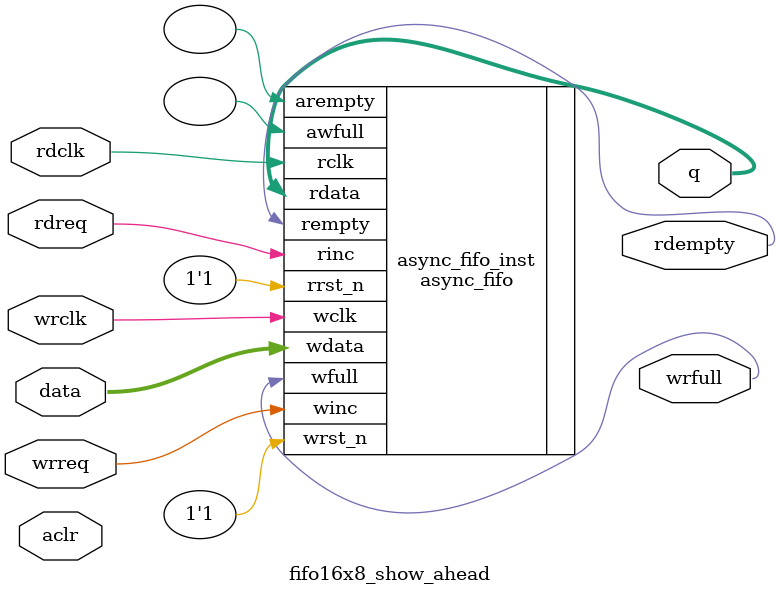
<source format=v>

`timescale 1 ps / 1 ps
// synopsys translate_on
module fifo16x8_show_ahead (
	input wire aclr,
	input wire [7:0] data,
	input wire rdclk,
	input wire rdreq,
	input wire wrclk,
	input wire wrreq,
	output wire [7:0] q,
	output wire rdempty,
	output wire wrfull);

	async_fifo
    #(
        .DSIZE(8),
        .ASIZE(4),
        .FALLTHROUGH("TRUE") // First word fall-through without latency
	) async_fifo_inst (
        .wclk(wrclk),
        .wrst_n(1'b1),
        .winc(wrreq),
        .wdata(data),
        .wfull(wrfull),
        .awfull(),
        .rclk(rdclk),
        .rrst_n(1'b1),
        .rinc(rdreq),
        .rdata(q),
        .rempty(rdempty),
        .arempty()
    );
endmodule

</source>
